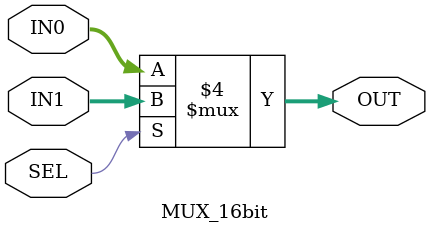
<source format=v>
`timescale 1ns / 1ps

module MUX_16bit(IN0, IN1, SEL, OUT);
    input [15:0] IN0, IN1; //Input 1, Input 2
    input SEL; //Select bit for MUX
    output reg [15:0] OUT; //Output of MUX
    
    always @ (IN0, IN1, SEL)
    begin
        if (SEL == 1)
            OUT = IN1;
        else
            OUT = IN0;
    end
    
endmodule

</source>
